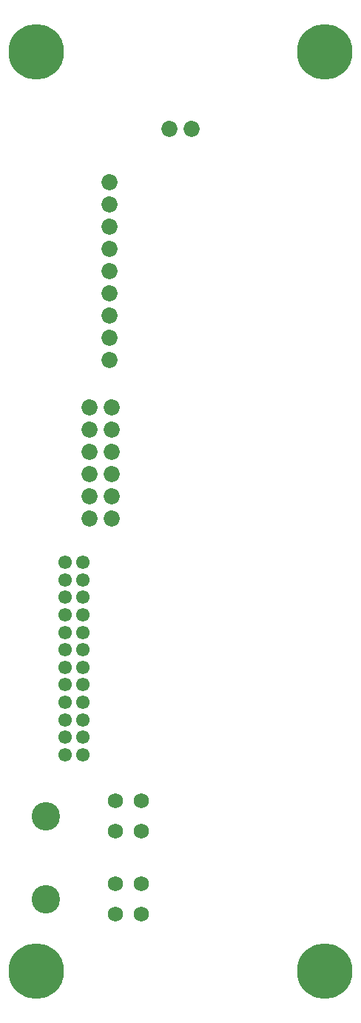
<source format=gbs>
G04*
G04 #@! TF.GenerationSoftware,Altium Limited,Altium Designer,18.1.11 (251)*
G04*
G04 Layer_Color=16711935*
%FSLAX25Y25*%
%MOIN*%
G70*
G01*
G75*
%ADD42C,0.06890*%
%ADD43C,0.12795*%
%ADD44C,0.07284*%
%ADD45C,0.06102*%
%ADD46C,0.25000*%
D42*
X65000Y94291D02*
D03*
Y80512D02*
D03*
X53189D02*
D03*
Y94291D02*
D03*
X53189Y56890D02*
D03*
Y43110D02*
D03*
X65000D02*
D03*
Y56890D02*
D03*
D43*
X22047Y87402D02*
D03*
X22047Y50000D02*
D03*
D44*
X50748Y292559D02*
D03*
Y302559D02*
D03*
Y312559D02*
D03*
Y322559D02*
D03*
Y332559D02*
D03*
Y342559D02*
D03*
Y352559D02*
D03*
Y362559D02*
D03*
Y372559D02*
D03*
X87677Y396535D02*
D03*
X77677D02*
D03*
X41653Y271142D02*
D03*
Y261142D02*
D03*
Y251142D02*
D03*
Y241142D02*
D03*
Y231142D02*
D03*
X51653Y261142D02*
D03*
Y221142D02*
D03*
Y231142D02*
D03*
Y241142D02*
D03*
Y251142D02*
D03*
Y271142D02*
D03*
X41653Y221142D02*
D03*
D45*
X38583Y114961D02*
D03*
Y122835D02*
D03*
Y130709D02*
D03*
Y138583D02*
D03*
Y146457D02*
D03*
Y154331D02*
D03*
Y162205D02*
D03*
Y170079D02*
D03*
Y177953D02*
D03*
Y185827D02*
D03*
Y193701D02*
D03*
Y201575D02*
D03*
X30709Y201575D02*
D03*
Y193701D02*
D03*
Y185827D02*
D03*
Y177953D02*
D03*
Y170079D02*
D03*
Y162205D02*
D03*
Y154331D02*
D03*
Y146457D02*
D03*
Y138583D02*
D03*
Y130709D02*
D03*
Y114961D02*
D03*
Y122835D02*
D03*
D46*
X17717Y431102D02*
D03*
X147638D02*
D03*
Y17717D02*
D03*
X17717D02*
D03*
M02*

</source>
